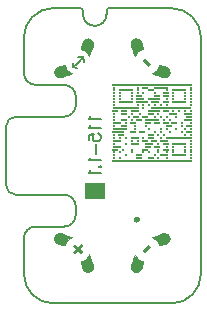
<source format=gbo>
G04*
G04 #@! TF.GenerationSoftware,Altium Limited,Altium Designer,22.4.2 (48)*
G04*
G04 Layer_Color=32896*
%FSAX26Y26*%
%MOIN*%
G70*
G04*
G04 #@! TF.SameCoordinates,7339E0FC-21CB-4CED-BD79-60AD5129B2FD*
G04*
G04*
G04 #@! TF.FilePolarity,Positive*
G04*
G01*
G75*
%ADD11C,0.003937*%
%ADD12C,0.007874*%
%ADD13C,0.012992*%
%ADD14C,0.039370*%
%ADD47C,0.019685*%
%ADD57C,0.006299*%
%ADD58R,0.265748X0.009842*%
%ADD59R,0.009842X0.009842*%
%ADD60R,0.049213X0.009842*%
%ADD61R,0.019685X0.009842*%
%ADD62R,0.019685X0.009842*%
%ADD63R,0.009843X0.009842*%
%ADD64R,0.009842X0.009843*%
%ADD65R,0.019685X0.009843*%
%ADD66R,0.019685X0.009843*%
%ADD67R,0.009843X0.009843*%
%ADD68R,0.039370X0.009842*%
%ADD69R,0.029527X0.009842*%
%ADD70R,0.039370X0.009842*%
%ADD71R,0.137795X0.009842*%
%ADD72R,0.088583X0.009842*%
%ADD73R,0.039370X0.009843*%
%ADD74R,0.029528X0.009843*%
%ADD75R,0.029528X0.009842*%
%ADD76R,0.088583X0.009842*%
%ADD77R,0.049213X0.009843*%
%ADD78R,0.069882X0.057086*%
G36*
X00127885Y00305186D02*
X00120002Y00297304D01*
X00100454Y00316852D01*
X00108336Y00324735D01*
X00127885Y00305186D01*
X00127885Y00305186D02*
G37*
G36*
X-00113672Y-00303598D02*
X-00103070Y-00292996D01*
X-00096001Y-00300064D01*
X-00106604Y-00310667D01*
X-00096037Y-00321233D01*
X-00103106Y-00328301D01*
X-00113672Y-00317735D01*
X-00124347Y-00328409D01*
X-00131415Y-00321341D01*
X-00120740Y-00310667D01*
X-00131451Y-00299956D01*
X-00124383Y-00292888D01*
X-00113672Y-00303598D01*
X-00113672Y-00303598D02*
G37*
G36*
X00127885Y-00305186D02*
X00108336Y-00324735D01*
X00100454Y-00316852D01*
X00120002Y-00297304D01*
X00127885Y-00305186D01*
X00127885Y-00305186D02*
G37*
D11*
X-00098109Y-00375561D02*
G03*
X-00063450Y-00368194I00017329J00003684D01*
G01*
X-00063278Y-00369055D02*
G03*
X-00076529Y-00330680I-00133572J-00024645D01*
G01*
X-00104450Y-00354445D02*
G03*
X-00076529Y-00330680I-00002640J00031385D01*
G01*
X-00098109Y-00375561D02*
G03*
X-00104052Y-00355396I-00098741J-00018140D01*
G01*
X-00133829Y-00273379D02*
G03*
X-00157595Y-00301300I00007620J-00030561D01*
G01*
X-00158546Y-00300902D02*
G03*
X-00178710Y-00294959I-00038305J-00092799D01*
G01*
X-00171344Y-00260301D02*
G03*
X-00178710Y-00294960I-00003684J-00017329D01*
G01*
X-00133829Y-00273379D02*
G03*
X-00172205Y-00260129I-00063021J-00120321D01*
G01*
X00076526Y-00330680D02*
G03*
X00104447Y-00354445I00030561J00007620D01*
G01*
X00104052Y-00355396D02*
G03*
X00098109Y-00375561I00092799J-00038305D01*
G01*
X00063458Y-00368194D02*
G03*
X00098117Y-00375561I00017329J-00003684D01*
G01*
X00076529Y-00330680D02*
G03*
X00063278Y-00369055I00120321J-00063021D01*
G01*
X00172205Y-00260129D02*
G03*
X00133829Y-00273379I00024645J-00133572D01*
G01*
X00157606Y-00301300D02*
G03*
X00133840Y-00273379I-00031385J-00002640D01*
G01*
X00178723Y-00294960D02*
G03*
X00171356Y-00260301I-00003684J00017329D01*
G01*
X00178710Y-00294959D02*
G03*
X00158546Y-00300902I00018140J-00098741D01*
G01*
X00171356Y00260301D02*
G03*
X00178723Y00294960I00003684J00017329D01*
G01*
X00158546Y00300902D02*
G03*
X00178710Y00294959I00038305J00092799D01*
G01*
X00133840Y00273379D02*
G03*
X00157606Y00301300I-00007620J00030561D01*
G01*
X00133829Y00273379D02*
G03*
X00172205Y00260129I00063021J00120321D01*
G01*
X00104447Y00354445D02*
G03*
X00076526Y00330680I00002640J-00031385D01*
G01*
X00063278Y00369055D02*
G03*
X00076529Y00330680I00133572J00024645D01*
G01*
X00098117Y00375561D02*
G03*
X00063458Y00368194I-00017329J-00003684D01*
G01*
X00098109Y00375561D02*
G03*
X00104052Y00355396I00098741J00018140D01*
G01*
X-00063450Y00368194D02*
G03*
X-00098109Y00375561I-00017329J00003684D01*
G01*
X-00104052Y00355396D02*
G03*
X-00098109Y00375561I-00092799J00038305D01*
G01*
X-00076529Y00330680D02*
G03*
X-00104450Y00354445I-00030561J-00007620D01*
G01*
X-00076529Y00330680D02*
G03*
X-00063278Y00369055I-00120321J00063021D01*
G01*
X-00157595Y00301300D02*
G03*
X-00133829Y00273379I00031385J00002640D01*
G01*
X-00172205Y00260129D02*
G03*
X-00133829Y00273379I-00024645J00133572D01*
G01*
X-00178710Y00294960D02*
G03*
X-00171344Y00260301I00003684J-00017329D01*
G01*
X-00178710Y00294959D02*
G03*
X-00158546Y00300902I-00018140J00098741D01*
G01*
D12*
X-00295276Y-00393701D02*
G03*
X-00196850Y-00492126I00098425J00000000D01*
G01*
X-00196850Y-00492126D02*
X00196850Y-00492126D01*
X00196850Y-00492126D02*
G03*
X00295276Y-00393701I00000000J00098425D01*
G01*
X00295293Y-00393700D02*
X00295293Y00393701D01*
X00295276Y00393701D02*
G03*
X00196850Y00492126I-00098425J00000000D01*
G01*
X-00009843Y00492126D01*
X-00009843Y00492126D02*
G03*
X-00019685Y00482284I00000000J-00009842D01*
G01*
X-00019685Y00472442D01*
X-00098425Y00472441D02*
G03*
X-00019685Y00472441I00039370J00000000D01*
G01*
X-00098425Y00472442D02*
X-00098425Y00482284D01*
X-00098425Y00482284D02*
G03*
X-00108268Y00492126I-00009842J00000000D01*
G01*
X-00196850Y00492127D01*
X-00196850Y00492126D02*
G03*
X-00295276Y00393701I00000000J-00098425D01*
G01*
X-00295276Y00393701D02*
X-00295276Y00274409D01*
X-00295276Y00275591D02*
G03*
X-00255906Y00236220I00039370J00000000D01*
G01*
X-00255906Y00236220D02*
X-00161417Y00236220D01*
X-00122047Y00196850D02*
G03*
X-00161417Y00236220I-00039370J00000000D01*
G01*
X-00122047Y00196850D02*
X-00122030Y00169291D01*
X-00161329Y00129921D02*
G03*
X-00121959Y00169291I00000000J00039370D01*
G01*
X-00117064Y00291640D02*
X-00132523Y00294645D01*
X-00131974Y00310384D01*
X-00132523Y00294645D02*
G03*
X-00097795Y00329373I-00064327J00099055D01*
G01*
X-00094520Y00313969D01*
X-00097795Y00329373D02*
X-00113522Y00328548D01*
X-00161417Y00129921D02*
X-00322835Y00129921D01*
X-00322835Y00129921D02*
G03*
X-00354331Y00098425I00000000J-00031496D01*
G01*
X-00354332Y00098425D02*
X-00354332Y-00098425D01*
X-00354331Y-00098425D02*
G03*
X-00322835Y-00129921I00031496J00000000D01*
G01*
X-00322852Y-00129921D02*
X-00161417Y-00129921D01*
X-00122030Y-00169291D02*
G03*
X-00161400Y-00129921I-00039370J00000000D01*
G01*
X-00122030Y-00169291D02*
X-00122047Y-00196850D01*
X-00161417Y-00236220D02*
G03*
X-00122047Y-00196850I00000000J00039370D01*
G01*
X-00161417Y-00236220D02*
X-00255906Y-00236220D01*
X-00255906Y-00236220D02*
G03*
X-00295276Y-00275591I00000000J-00039370D01*
G01*
X-00295276Y-00274409D02*
X-00295276Y-00393701D01*
D13*
X-00096269Y-00358287D02*
G03*
X-00076362Y-00341924I00005638J00013432D01*
G01*
X-00145074Y-00273212D02*
G03*
X-00161437Y-00293119I-00002931J-00014269D01*
G01*
X00076361Y-00341924D02*
G03*
X00096268Y-00358287I00014269J-00002931D01*
G01*
X00161424Y-00293119D02*
G03*
X00145061Y-00273212I-00013432J00005638D01*
G01*
X00145061Y00273212D02*
G03*
X00161424Y00293119I00002931J00014269D01*
G01*
X00096268Y00358287D02*
G03*
X00076361Y00341924I-00005638J-00013432D01*
G01*
X-00076362Y00341924D02*
G03*
X-00096269Y00358287I-00014269J00002931D01*
G01*
X-00161437Y00293119D02*
G03*
X-00145074Y00273212I00013432J-00005638D01*
G01*
D14*
X-00080891Y-00371264D02*
G03*
X-00082140Y-00365567I-00115960J-00022437D01*
G01*
X-00168717Y-00278990D02*
G03*
X-00174413Y-00277741I-00028134J-00114711D01*
G01*
X00082140Y-00365567D02*
G03*
X00080891Y-00371264I00114711J-00028134D01*
G01*
X00174413Y-00277741D02*
G03*
X00168717Y-00278990I00022437J-00115960D01*
G01*
X00168717Y00278990D02*
G03*
X00174413Y00277741I00028134J00114711D01*
G01*
X00080891Y00371264D02*
G03*
X00082140Y00365567I00115960J00022437D01*
G01*
X-00082140Y00365567D02*
G03*
X-00080891Y00371264I-00114711J00028134D01*
G01*
X-00174413Y00277741D02*
G03*
X-00168717Y00278990I-00022437J00115960D01*
G01*
D47*
X00081693Y-00212598D02*
G03*
X00081693Y-00212598I-00001968J00000000D01*
G01*
D57*
X-00078732Y-00056859D02*
X-00039370Y-00056859D01*
X-00041244Y-00038865D02*
X-00043119Y-00036991D01*
X-00041244Y-00035116D01*
X-00039370Y-00036991D01*
X-00041244Y-00038865D01*
X-00039370Y-00015623D02*
X-00078732Y-00015623D01*
X-00073109Y-00010000D01*
X-00071234Y-00006251D01*
X-00056239Y00005370D02*
X-00056239Y00039108D01*
X-00054365Y00047918D02*
X-00050616Y00047918D01*
X-00044993Y00049792D01*
X-00041244Y00053541D01*
X-00039370Y00059164D01*
X-00039370Y00064787D01*
X-00041244Y00070410D01*
X-00043119Y00072285D01*
X-00046867Y00074159D01*
X-00039370Y00093652D02*
X-00078732Y00093652D01*
X-00073109Y00099275D01*
X-00071234Y00103024D01*
X-00073109Y00128141D02*
X-00078732Y00122518D01*
X-00039370Y00122518D01*
X-00073109Y00128141D02*
X-00071234Y00131889D01*
X-00078732Y00070410D02*
X-00061862Y00072285D01*
X-00063737Y00070410D01*
X-00065611Y00064787D01*
X-00065611Y00059164D01*
X-00063737Y00053541D01*
X-00059988Y00049792D01*
X-00054365Y00047918D01*
X-00078732Y00051667D02*
X-00078732Y00070410D01*
X-00071234Y-00047487D02*
X-00073109Y-00051236D01*
X-00078732Y-00056859D01*
D58*
X00132874Y-00018701D02*
D03*
X00132874Y00237205D02*
D03*
D59*
X00004921Y-00008858D02*
D03*
X00004921Y00010827D02*
D03*
X00004921Y00040354D02*
D03*
X00004921Y00060039D02*
D03*
X00004921Y00069882D02*
D03*
X00004921Y00119094D02*
D03*
X00004921Y00128937D02*
D03*
X00004921Y00138780D02*
D03*
X00063976Y00138780D02*
D03*
X00054134Y00128937D02*
D03*
X00063976Y00119094D02*
D03*
X00044291Y00109252D02*
D03*
X00044291Y00060039D02*
D03*
X00044291Y00040354D02*
D03*
X00034449Y00020669D02*
D03*
X00063976Y00020669D02*
D03*
X00063976Y00010827D02*
D03*
X00103346Y00010827D02*
D03*
X00103346Y00060039D02*
D03*
X00142716Y00079724D02*
D03*
X00142716Y00128937D02*
D03*
X00093504Y00138780D02*
D03*
X00152559Y00138780D02*
D03*
X00162401Y00128937D02*
D03*
X00182087Y00128937D02*
D03*
X00191929Y00119094D02*
D03*
X00211614Y00128937D02*
D03*
X00231299Y00109252D02*
D03*
X00260827Y00109252D02*
D03*
X00260827Y00089567D02*
D03*
X00241142Y00089567D02*
D03*
X00231299Y00079724D02*
D03*
X00241142Y00069882D02*
D03*
X00260827Y00069882D02*
D03*
X00260827Y00040354D02*
D03*
X00260827Y00030512D02*
D03*
X00260827Y00020669D02*
D03*
X00260827Y00010827D02*
D03*
X00241142Y00010827D02*
D03*
X00241142Y00020669D02*
D03*
X00241142Y00030512D02*
D03*
X00201772Y00030512D02*
D03*
X00201772Y00020669D02*
D03*
X00201772Y00010827D02*
D03*
X00182087Y00010827D02*
D03*
X00182087Y00030512D02*
D03*
X00152559Y00040354D02*
D03*
X00152559Y00020669D02*
D03*
X00152559Y00010827D02*
D03*
X00152559Y-00008858D02*
D03*
X00182087Y-00008858D02*
D03*
X00260827Y-00008858D02*
D03*
X00211614Y00089567D02*
D03*
X00182087Y00089567D02*
D03*
X00191929Y00079724D02*
D03*
X00162401Y00079724D02*
D03*
X00162401Y00089567D02*
D03*
X00152559Y00069882D02*
D03*
X00162401Y00060039D02*
D03*
X00162401Y00168307D02*
D03*
X00182087Y00168307D02*
D03*
X00182087Y00187992D02*
D03*
X00201772Y00187992D02*
D03*
X00201772Y00207677D02*
D03*
X00182087Y00217520D02*
D03*
X00241142Y00207677D02*
D03*
X00260827Y00207677D02*
D03*
X00260827Y00217520D02*
D03*
X00260827Y00227362D02*
D03*
X00260827Y00187992D02*
D03*
X00260827Y00178150D02*
D03*
X00260827Y00168307D02*
D03*
X00241142Y00187992D02*
D03*
X00142716Y00168307D02*
D03*
X00142716Y00207677D02*
D03*
X00103346Y00207677D02*
D03*
X00083661Y00207677D02*
D03*
X00083661Y00217520D02*
D03*
X00083661Y00227362D02*
D03*
X00063976Y00207677D02*
D03*
X00063976Y00187992D02*
D03*
X00083661Y00168307D02*
D03*
X00103346Y00168307D02*
D03*
X00103346Y00158465D02*
D03*
X00004921Y00168307D02*
D03*
X00004921Y00178150D02*
D03*
X00004921Y00187992D02*
D03*
X00004921Y00207677D02*
D03*
X00004921Y00217520D02*
D03*
X00004921Y00227362D02*
D03*
D60*
X00024606Y00089567D02*
D03*
X00132874Y00119094D02*
D03*
X00221457Y00040354D02*
D03*
X00221457Y00178150D02*
D03*
X00221457Y00217520D02*
D03*
X00162401Y00227362D02*
D03*
X00044291Y00217520D02*
D03*
X00044291Y00178150D02*
D03*
D61*
X00009842Y00020669D02*
D03*
X00108268Y00020669D02*
D03*
X00088583Y-00008858D02*
D03*
X00098425Y00079724D02*
D03*
X00088583Y00119094D02*
D03*
X00108268Y00128937D02*
D03*
X00039370Y00138780D02*
D03*
X00039370Y00119094D02*
D03*
X00147638Y00109252D02*
D03*
X00206693Y00109252D02*
D03*
X00255905Y00128937D02*
D03*
X00255905Y00079724D02*
D03*
X00147638Y00030512D02*
D03*
X00108268Y00227362D02*
D03*
D62*
X00029527Y00069882D02*
D03*
X00068898Y00079724D02*
D03*
X00068898Y00109252D02*
D03*
X00078740Y00128937D02*
D03*
X00127953Y00138780D02*
D03*
X00118110Y00109252D02*
D03*
X00127953Y00069882D02*
D03*
X00127953Y00060039D02*
D03*
X00118110Y00030512D02*
D03*
X00127953Y-00008858D02*
D03*
X00177165Y00020669D02*
D03*
X00177165Y00040354D02*
D03*
X00177165Y00109252D02*
D03*
X00177165Y00178150D02*
D03*
X00177165Y00207677D02*
D03*
X00127953Y00217520D02*
D03*
D63*
X00024606Y-00008858D02*
D03*
X00024606Y00010827D02*
D03*
X00024606Y00060039D02*
D03*
X00073819Y00089567D02*
D03*
X00123031Y00089567D02*
D03*
X00123031Y00010827D02*
D03*
X00172244Y00069882D02*
D03*
X00172244Y00119094D02*
D03*
X00123031Y00168307D02*
D03*
X00024606Y00187992D02*
D03*
X00024606Y00207677D02*
D03*
D64*
X00004921Y00000984D02*
D03*
X00044291Y00000984D02*
D03*
X00063976Y00050197D02*
D03*
X00083661Y00050197D02*
D03*
X00113189Y00099409D02*
D03*
X00004921Y00099409D02*
D03*
X00142716Y00000984D02*
D03*
X00260827Y00000984D02*
D03*
X00260827Y00050197D02*
D03*
X00231299Y00099409D02*
D03*
X00241142Y00148622D02*
D03*
X00260827Y00148622D02*
D03*
X00201772Y00148622D02*
D03*
X00201772Y00197835D02*
D03*
X00241142Y00197835D02*
D03*
X00260827Y00197835D02*
D03*
X00063976Y00197835D02*
D03*
X00004921Y00197835D02*
D03*
D65*
X00177165Y00148622D02*
D03*
X00177165Y00197835D02*
D03*
D66*
X00088583Y00000984D02*
D03*
X00108268Y00050197D02*
D03*
X00137795Y00050197D02*
D03*
X00039370Y00099409D02*
D03*
X00039370Y00148622D02*
D03*
X00009842Y00148622D02*
D03*
X00187008Y00099409D02*
D03*
X00255905Y00099409D02*
D03*
X00147638Y00197835D02*
D03*
X00088583Y00197835D02*
D03*
D67*
X00073819Y00099409D02*
D03*
X00221457Y00148622D02*
D03*
X00024606Y00197835D02*
D03*
D68*
X00019685Y00079724D02*
D03*
X00137795Y00187992D02*
D03*
D69*
X00093504Y00187992D02*
D03*
X00142716Y00178150D02*
D03*
X00201772Y00138780D02*
D03*
X00250984Y00138780D02*
D03*
X00250984Y00119094D02*
D03*
D70*
X00098425Y00178150D02*
D03*
D71*
X00196850Y00158465D02*
D03*
D72*
X00044291Y00158465D02*
D03*
D73*
X00137795Y00148622D02*
D03*
D74*
X00014764Y00050197D02*
D03*
X00073819Y00148622D02*
D03*
X00172244Y00050197D02*
D03*
X00172244Y00000984D02*
D03*
D75*
X00014764Y00030512D02*
D03*
X00073819Y00040354D02*
D03*
X00073819Y00060039D02*
D03*
X00123031Y00040354D02*
D03*
X00014764Y00109252D02*
D03*
D76*
X00221457Y00060039D02*
D03*
D77*
X00221457Y00000984D02*
D03*
D78*
X-00058037Y-00119095D02*
D03*
M02*

</source>
